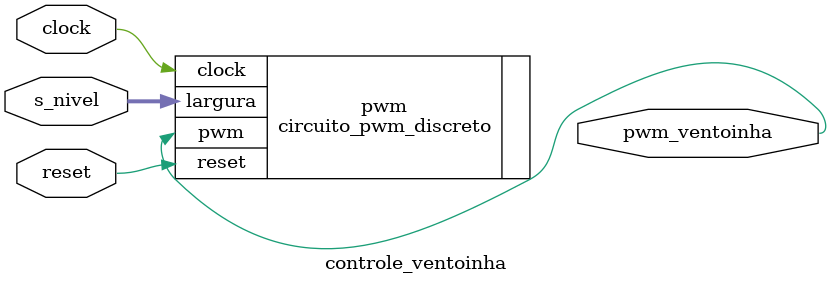
<source format=v>
module controle_ventoinha(
  input clock,
  input reset,
  input [1:0] s_nivel,
  output pwm_ventoinha
);

  circuito_pwm_discreto #(
    .conf_periodo(2500), // 20kHz
    .largura_00(1250), // 50%
    .largura_01(1666),
    .largura_10(2082),
    .largura_11(2500)
  ) pwm (
    .clock(clock),
    .reset(reset),
    .largura(s_nivel),
    .pwm(pwm_ventoinha)
  );

endmodule
</source>
